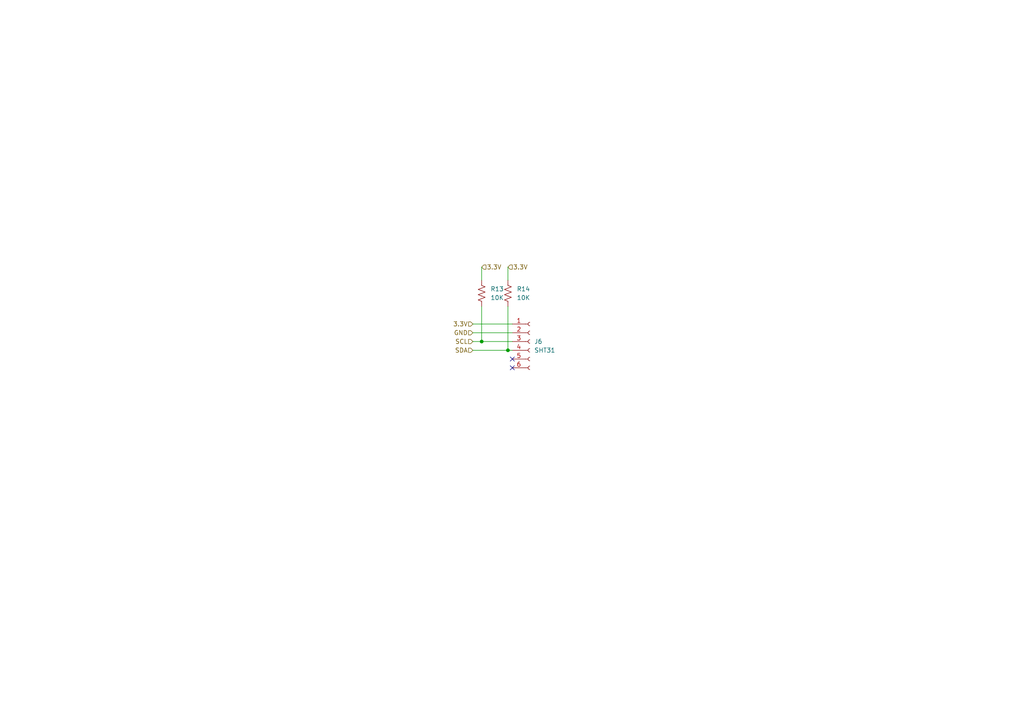
<source format=kicad_sch>
(kicad_sch (version 20231120) (generator "eeschema") (generator_version "8.0")
  (paper "A4")
  (lib_symbols
    (symbol "Connector:Conn_01x06_Socket" (pin_names (offset 1.016) hide)
      (property "Reference" "J" (at 0 7.62 0))
      (property "Value" "Conn_01x06_Socket" (at 0 -10.16 0))
      (symbol "Conn_01x06_Socket_1_1"
        (arc (start 0 -7.112) (mid -0.5058 -7.62) (end 0 -8.128) (stroke (width 0.1524)))
        (arc (start 0 -4.572) (mid -0.5058 -5.08) (end 0 -5.588) (stroke (width 0.1524)))
        (arc (start 0 -2.032) (mid -0.5058 -2.54) (end 0 -3.048) (stroke (width 0.1524)))
        (polyline (pts (xy -1.27 -7.62) (xy -0.508 -7.62)) (stroke (width 0.1524)))
        (polyline (pts (xy -1.27 -5.08) (xy -0.508 -5.08)) (stroke (width 0.1524)))
        (polyline (pts (xy -1.27 -2.54) (xy -0.508 -2.54)) (stroke (width 0.1524)))
        (polyline (pts (xy -1.27 0) (xy -0.508 0)) (stroke (width 0.1524)))
        (polyline (pts (xy -1.27 2.54) (xy -0.508 2.54)) (stroke (width 0.1524)))
        (polyline (pts (xy -1.27 5.08) (xy -0.508 5.08)) (stroke (width 0.1524)))
        (arc (start 0 0.508) (mid -0.5058 0) (end 0 -0.508) (stroke (width 0.1524)))
        (arc (start 0 3.048) (mid -0.5058 2.54) (end 0 2.032) (stroke (width 0.1524)))
        (arc (start 0 5.588) (mid -0.5058 5.08) (end 0 4.572) (stroke (width 0.1524)))
        (pin passive line (at -5.08 5.08 0) (length 3.81) (name "Pin_1") (number "1"))
        (pin passive line (at -5.08 2.54 0) (length 3.81) (name "Pin_2") (number "2"))
        (pin passive line (at -5.08 0 0) (length 3.81) (name "Pin_3") (number "3"))
        (pin passive line (at -5.08 -2.54 0) (length 3.81) (name "Pin_4") (number "4"))
        (pin passive line (at -5.08 -5.08 0) (length 3.81) (name "Pin_5") (number "5"))
        (pin passive line (at -5.08 -7.62 0) (length 3.81) (name "Pin_6") (number "6"))
      )
    )
    (symbol "Device:R_US" (pin_numbers hide) (pin_names (offset 0))
      (property "Reference" "R" (at 2.54 0 90))
      (property "Value" "R_US" (at -2.54 0 90))
      (symbol "R_US_0_1"
        (polyline (pts (xy 0 -2.286) (xy 0 -2.54)))
        (polyline (pts (xy 0 2.286) (xy 0 2.54)))
        (polyline (pts (xy 0 -0.762) (xy 1.016 -1.143) (xy 0 -1.524) (xy -1.016 -1.905) (xy 0 -2.286)))
        (polyline (pts (xy 0 0.762) (xy 1.016 0.381) (xy 0 0) (xy -1.016 -0.381) (xy 0 -0.762)))
        (polyline (pts (xy 0 2.286) (xy 1.016 1.905) (xy 0 1.524) (xy -1.016 1.143) (xy 0 0.762)))
      )
      (symbol "R_US_1_1"
        (pin passive line (at 0 3.81 270) (length 1.27) (name "~") (number "1"))
        (pin passive line (at 0 -3.81 90) (length 1.27) (name "~") (number "2"))
      )
    )
  )
  (junction (at 147.32 101.6))
  (junction (at 139.7 99.06))
  (no_connect (at 148.59 104.14))
  (no_connect (at 148.59 106.68))
  (wire (pts (xy 137.16 99.06) (xy 139.7 99.06)))
  (wire (pts (xy 139.7 99.06) (xy 148.59 99.06)))
  (wire (pts (xy 147.32 77.47) (xy 147.32 81.28)))
  (wire (pts (xy 147.32 88.9) (xy 147.32 101.6)))
  (wire (pts (xy 139.7 77.47) (xy 139.7 81.28)))
  (wire (pts (xy 147.32 101.6) (xy 148.59 101.6)))
  (wire (pts (xy 137.16 96.52) (xy 148.59 96.52)))
  (wire (pts (xy 139.7 88.9) (xy 139.7 99.06)))
  (wire (pts (xy 137.16 93.98) (xy 148.59 93.98)))
  (wire (pts (xy 137.16 101.6) (xy 147.32 101.6)))
  (hierarchical_label "3.3V" (shape input) (at 147.32 77.47 0))
  (hierarchical_label "3.3V" (shape input) (at 137.16 93.98 180))
  (hierarchical_label "3.3V" (shape input) (at 139.7 77.47 0))
  (hierarchical_label "GND" (shape input) (at 137.16 96.52 180))
  (hierarchical_label "SCL" (shape input) (at 137.16 99.06 180))
  (hierarchical_label "SDA" (shape input) (at 137.16 101.6 180))
  (symbol (lib_id "Device:R_US") (at 147.32 85.09 0) (unit 1)
    (property "Reference" "R14" (at 149.86 83.8199 0) (effects (justify left)))
    (property "Value" "10K" (at 149.86 86.3599 0) (effects (justify left)))
    (property "Footprint" "Resistor_SMD:R_0402_1005Metric_Pad0.72x0.64mm_HandSolder" (effects (hide yes)))
    (property "Description" "Resistor, US symbol" (effects (hide yes)))
  )
  (symbol (lib_id "Device:R_US") (at 139.7 85.09 0) (unit 1)
    (property "Reference" "R13" (at 142.24 83.8199 0) (effects (justify left)))
    (property "Value" "10K" (at 142.24 86.3599 0) (effects (justify left)))
    (property "Footprint" "Resistor_SMD:R_0402_1005Metric_Pad0.72x0.64mm_HandSolder" (effects (hide yes)))
    (property "Description" "Resistor, US symbol" (effects (hide yes)))
  )
  (symbol (lib_id "Connector:Conn_01x06_Socket") (at 153.67 99.06 0) (unit 1)
    (property "Reference" "J6" (at 154.94 99.0599 0) (effects (justify left)))
    (property "Value" "SHT31" (at 154.94 101.5999 0) (effects (justify left)))
    (property "Footprint" "Connector_PinHeader_2.54mm:PinHeader_1x06_P2.54mm_Vertical" (effects (hide yes)))
    (property "Description" "Generic connector, single row, 01x06, script generated" (effects (hide yes)))
  )
)
</source>
